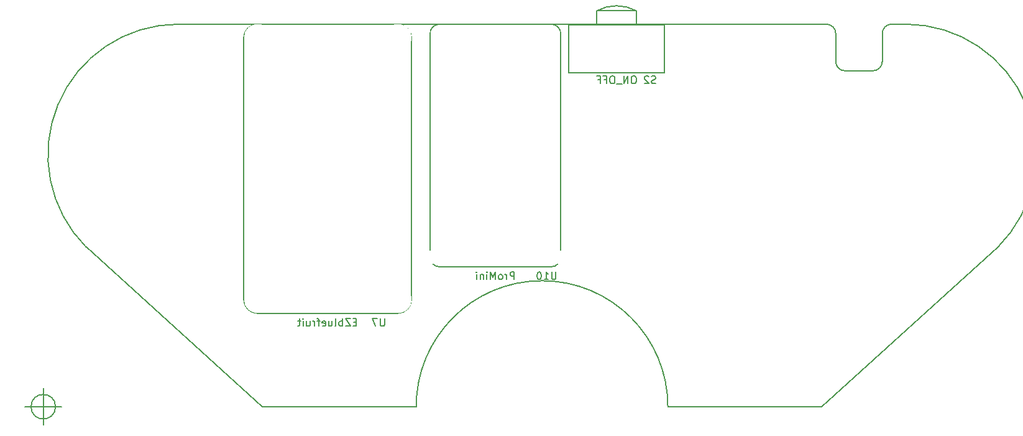
<source format=gbo>
G04 #@! TF.FileFunction,Legend,Bot*
%FSLAX46Y46*%
G04 Gerber Fmt 4.6, Leading zero omitted, Abs format (unit mm)*
G04 Created by KiCad (PCBNEW 4.0.1-3.201512221402+6198~38~ubuntu15.04.1-stable) date Fri Feb  5 12:20:29 2016*
%MOMM*%
G01*
G04 APERTURE LIST*
%ADD10C,0.101600*%
%ADD11C,0.152400*%
%ADD12C,0.150000*%
%ADD13O,2.432000X1.924000*%
%ADD14O,1.924000X2.432000*%
%ADD15O,1.924000X1.924000*%
%ADD16O,1.797000X1.797000*%
%ADD17C,3.810000*%
%ADD18C,4.572000*%
%ADD19R,2.432000X2.432000*%
%ADD20O,2.432000X2.432000*%
%ADD21C,1.901140*%
%ADD22C,2.398980*%
%ADD23C,1.924000*%
%ADD24C,4.100000*%
%ADD25O,2.813000X1.797000*%
%ADD26O,2.432000X1.797000*%
%ADD27C,2.400000*%
G04 APERTURE END LIST*
D10*
D11*
X1666666Y0D02*
G75*
G03X1666666Y0I-1666666J0D01*
G01*
X-2500000Y0D02*
X2500000Y0D01*
X0Y2500000D02*
X0Y-2500000D01*
X115570000Y52070000D02*
X117475000Y52070000D01*
X115570000Y52070000D02*
G75*
G03X114300000Y50800000I0J-1270000D01*
G01*
X107950000Y50800000D02*
G75*
G03X106680000Y52070000I-1270000J0D01*
G01*
X113030000Y45720000D02*
G75*
G03X114300000Y46990000I0J1270000D01*
G01*
X107950000Y46990000D02*
G75*
G03X109220000Y45720000I1270000J0D01*
G01*
X109220000Y45720000D02*
X113030000Y45720000D01*
X114300000Y46990000D02*
X114300000Y50800000D01*
X107950000Y50800000D02*
X107950000Y46990000D01*
X85090000Y0D02*
X106045000Y0D01*
X50800000Y0D02*
X29845000Y0D01*
X85090000Y0D02*
G75*
G03X67945000Y17145000I-17145000J0D01*
G01*
X67945000Y17145000D02*
G75*
G03X50800000Y0I0J-17145000D01*
G01*
X29845000Y0D02*
X5842000Y21717000D01*
X5842641Y21717641D02*
G75*
G02X18415000Y52070000I12572359J12572359D01*
G01*
X18415000Y52070000D02*
X106680000Y52070000D01*
X106045000Y0D02*
X130048000Y21717000D01*
X130047359Y21717641D02*
G75*
G03X117475000Y52070000I-12572359J12572359D01*
G01*
X53975000Y52070000D02*
X69215000Y52070000D01*
X69215000Y19050000D02*
X53975000Y19050000D01*
D12*
X70485000Y20320000D02*
G75*
G02X69215000Y19050000I-1270000J0D01*
G01*
X53975000Y19050000D02*
G75*
G02X52705000Y20320000I0J1270000D01*
G01*
X52705000Y50800000D02*
G75*
G02X53975000Y52070000I1270000J0D01*
G01*
X69215000Y52070000D02*
G75*
G02X70485000Y50800000I0J-1270000D01*
G01*
X52705000Y20320000D02*
X52705000Y50800000D01*
X70485000Y50800000D02*
X70485000Y20320000D01*
X29210000Y12700000D02*
X48260000Y12700000D01*
X27305000Y50165000D02*
X27305000Y14605000D01*
X48260000Y52070000D02*
X29210000Y52070000D01*
X50165000Y14605000D02*
X50165000Y50165000D01*
X50165000Y14605000D02*
G75*
G02X48260000Y12700000I-1905000J0D01*
G01*
X29210000Y12700000D02*
G75*
G02X27305000Y14605000I0J1905000D01*
G01*
X27305000Y50165000D02*
G75*
G02X29210000Y52070000I1905000J0D01*
G01*
X48260000Y52070000D02*
G75*
G02X50165000Y50165000I0J-1905000D01*
G01*
X75405000Y53895000D02*
G75*
G02X80805000Y53895000I2700000J-5000000D01*
G01*
X80805000Y53895000D02*
X75405000Y53895000D01*
X80805000Y51995000D02*
X80805000Y53895000D01*
X75405000Y53895000D02*
X75405000Y51995000D01*
X71605000Y45495000D02*
X71605000Y51995000D01*
X71605000Y51995000D02*
X84605000Y51995000D01*
X84605000Y51995000D02*
X84605000Y45495000D01*
X84605000Y45495000D02*
X71605000Y45495000D01*
D11*
X69837904Y18336381D02*
X69837904Y17513905D01*
X69789523Y17417143D01*
X69741142Y17368762D01*
X69644380Y17320381D01*
X69450857Y17320381D01*
X69354095Y17368762D01*
X69305714Y17417143D01*
X69257333Y17513905D01*
X69257333Y18336381D01*
X68241333Y17320381D02*
X68821904Y17320381D01*
X68531618Y17320381D02*
X68531618Y18336381D01*
X68628380Y18191238D01*
X68725142Y18094476D01*
X68821904Y18046095D01*
X67612380Y18336381D02*
X67515619Y18336381D01*
X67418857Y18288000D01*
X67370476Y18239619D01*
X67322095Y18142857D01*
X67273714Y17949333D01*
X67273714Y17707429D01*
X67322095Y17513905D01*
X67370476Y17417143D01*
X67418857Y17368762D01*
X67515619Y17320381D01*
X67612380Y17320381D01*
X67709142Y17368762D01*
X67757523Y17417143D01*
X67805904Y17513905D01*
X67854285Y17707429D01*
X67854285Y17949333D01*
X67805904Y18142857D01*
X67757523Y18239619D01*
X67709142Y18288000D01*
X67612380Y18336381D01*
X64159190Y17320381D02*
X64159190Y18336381D01*
X63772143Y18336381D01*
X63675381Y18288000D01*
X63627000Y18239619D01*
X63578619Y18142857D01*
X63578619Y17997714D01*
X63627000Y17900952D01*
X63675381Y17852571D01*
X63772143Y17804190D01*
X64159190Y17804190D01*
X63143190Y17320381D02*
X63143190Y17997714D01*
X63143190Y17804190D02*
X63094809Y17900952D01*
X63046428Y17949333D01*
X62949666Y17997714D01*
X62852905Y17997714D01*
X62369095Y17320381D02*
X62465857Y17368762D01*
X62514238Y17417143D01*
X62562619Y17513905D01*
X62562619Y17804190D01*
X62514238Y17900952D01*
X62465857Y17949333D01*
X62369095Y17997714D01*
X62223953Y17997714D01*
X62127191Y17949333D01*
X62078810Y17900952D01*
X62030429Y17804190D01*
X62030429Y17513905D01*
X62078810Y17417143D01*
X62127191Y17368762D01*
X62223953Y17320381D01*
X62369095Y17320381D01*
X61595000Y17320381D02*
X61595000Y18336381D01*
X61256334Y17610667D01*
X60917667Y18336381D01*
X60917667Y17320381D01*
X60433857Y17320381D02*
X60433857Y17997714D01*
X60433857Y18336381D02*
X60482238Y18288000D01*
X60433857Y18239619D01*
X60385476Y18288000D01*
X60433857Y18336381D01*
X60433857Y18239619D01*
X59950047Y17997714D02*
X59950047Y17320381D01*
X59950047Y17900952D02*
X59901666Y17949333D01*
X59804904Y17997714D01*
X59659762Y17997714D01*
X59563000Y17949333D01*
X59514619Y17852571D01*
X59514619Y17320381D01*
X59030809Y17320381D02*
X59030809Y17997714D01*
X59030809Y18336381D02*
X59079190Y18288000D01*
X59030809Y18239619D01*
X58982428Y18288000D01*
X59030809Y18336381D01*
X59030809Y18239619D01*
X46494095Y11986381D02*
X46494095Y11163905D01*
X46445714Y11067143D01*
X46397333Y11018762D01*
X46300571Y10970381D01*
X46107048Y10970381D01*
X46010286Y11018762D01*
X45961905Y11067143D01*
X45913524Y11163905D01*
X45913524Y11986381D01*
X45526476Y11986381D02*
X44849143Y11986381D01*
X45284571Y10970381D01*
X42653856Y11502571D02*
X42315190Y11502571D01*
X42170047Y10970381D02*
X42653856Y10970381D01*
X42653856Y11986381D01*
X42170047Y11986381D01*
X41831380Y11986381D02*
X41154047Y11986381D01*
X41831380Y10970381D01*
X41154047Y10970381D01*
X40766999Y10970381D02*
X40766999Y11986381D01*
X40766999Y11599333D02*
X40670237Y11647714D01*
X40476714Y11647714D01*
X40379952Y11599333D01*
X40331571Y11550952D01*
X40283190Y11454190D01*
X40283190Y11163905D01*
X40331571Y11067143D01*
X40379952Y11018762D01*
X40476714Y10970381D01*
X40670237Y10970381D01*
X40766999Y11018762D01*
X39702618Y10970381D02*
X39799380Y11018762D01*
X39847761Y11115524D01*
X39847761Y11986381D01*
X38880143Y11647714D02*
X38880143Y10970381D01*
X39315571Y11647714D02*
X39315571Y11115524D01*
X39267190Y11018762D01*
X39170428Y10970381D01*
X39025286Y10970381D01*
X38928524Y11018762D01*
X38880143Y11067143D01*
X38009286Y11018762D02*
X38106048Y10970381D01*
X38299571Y10970381D01*
X38396333Y11018762D01*
X38444714Y11115524D01*
X38444714Y11502571D01*
X38396333Y11599333D01*
X38299571Y11647714D01*
X38106048Y11647714D01*
X38009286Y11599333D01*
X37960905Y11502571D01*
X37960905Y11405810D01*
X38444714Y11309048D01*
X37670619Y11647714D02*
X37283571Y11647714D01*
X37525476Y10970381D02*
X37525476Y11841238D01*
X37477095Y11938000D01*
X37380333Y11986381D01*
X37283571Y11986381D01*
X36944905Y10970381D02*
X36944905Y11647714D01*
X36944905Y11454190D02*
X36896524Y11550952D01*
X36848143Y11599333D01*
X36751381Y11647714D01*
X36654620Y11647714D01*
X35880525Y11647714D02*
X35880525Y10970381D01*
X36315953Y11647714D02*
X36315953Y11115524D01*
X36267572Y11018762D01*
X36170810Y10970381D01*
X36025668Y10970381D01*
X35928906Y11018762D01*
X35880525Y11067143D01*
X35396715Y10970381D02*
X35396715Y11647714D01*
X35396715Y11986381D02*
X35445096Y11938000D01*
X35396715Y11889619D01*
X35348334Y11938000D01*
X35396715Y11986381D01*
X35396715Y11889619D01*
X35058048Y11647714D02*
X34671000Y11647714D01*
X34912905Y11986381D02*
X34912905Y11115524D01*
X34864524Y11018762D01*
X34767762Y10970381D01*
X34671000Y10970381D01*
X83434095Y44038762D02*
X83288952Y43990381D01*
X83047048Y43990381D01*
X82950286Y44038762D01*
X82901905Y44087143D01*
X82853524Y44183905D01*
X82853524Y44280667D01*
X82901905Y44377429D01*
X82950286Y44425810D01*
X83047048Y44474190D01*
X83240571Y44522571D01*
X83337333Y44570952D01*
X83385714Y44619333D01*
X83434095Y44716095D01*
X83434095Y44812857D01*
X83385714Y44909619D01*
X83337333Y44958000D01*
X83240571Y45006381D01*
X82998667Y45006381D01*
X82853524Y44958000D01*
X82466476Y44909619D02*
X82418095Y44958000D01*
X82321333Y45006381D01*
X82079429Y45006381D01*
X81982667Y44958000D01*
X81934286Y44909619D01*
X81885905Y44812857D01*
X81885905Y44716095D01*
X81934286Y44570952D01*
X82514857Y43990381D01*
X81885905Y43990381D01*
X80524047Y45006381D02*
X80330524Y45006381D01*
X80233762Y44958000D01*
X80137000Y44861238D01*
X80088619Y44667714D01*
X80088619Y44329048D01*
X80137000Y44135524D01*
X80233762Y44038762D01*
X80330524Y43990381D01*
X80524047Y43990381D01*
X80620809Y44038762D01*
X80717571Y44135524D01*
X80765952Y44329048D01*
X80765952Y44667714D01*
X80717571Y44861238D01*
X80620809Y44958000D01*
X80524047Y45006381D01*
X79653190Y43990381D02*
X79653190Y45006381D01*
X79072619Y43990381D01*
X79072619Y45006381D01*
X78830714Y43893619D02*
X78056619Y43893619D01*
X77621190Y45006381D02*
X77427667Y45006381D01*
X77330905Y44958000D01*
X77234143Y44861238D01*
X77185762Y44667714D01*
X77185762Y44329048D01*
X77234143Y44135524D01*
X77330905Y44038762D01*
X77427667Y43990381D01*
X77621190Y43990381D01*
X77717952Y44038762D01*
X77814714Y44135524D01*
X77863095Y44329048D01*
X77863095Y44667714D01*
X77814714Y44861238D01*
X77717952Y44958000D01*
X77621190Y45006381D01*
X76411667Y44522571D02*
X76750333Y44522571D01*
X76750333Y43990381D02*
X76750333Y45006381D01*
X76266524Y45006381D01*
X75540810Y44522571D02*
X75879476Y44522571D01*
X75879476Y43990381D02*
X75879476Y45006381D01*
X75395667Y45006381D01*
%LPC*%
D13*
X69215000Y50800000D03*
X69215000Y48260000D03*
X69215000Y45720000D03*
X69215000Y43180000D03*
X69215000Y40640000D03*
X69215000Y38100000D03*
X69215000Y35560000D03*
X69215000Y33020000D03*
X69215000Y30480000D03*
X69215000Y27940000D03*
X69215000Y25400000D03*
X69215000Y22860000D03*
D14*
X67945000Y20320000D03*
X65405000Y20320000D03*
X62865000Y20320000D03*
X60325000Y20320000D03*
X57785000Y20320000D03*
X55245000Y20320000D03*
D13*
X53975000Y22860001D03*
X53975000Y25400000D03*
X53975000Y27940000D03*
X53975000Y30480000D03*
X53975000Y33020000D03*
X53975000Y35560000D03*
X53975000Y38100000D03*
X53975000Y40640000D03*
X53975000Y43180000D03*
X53975000Y45720000D03*
X53975000Y48260000D03*
X53975000Y50800000D03*
D15*
X66675000Y50800000D03*
X66675000Y48260000D03*
X66675000Y45720000D03*
X66675000Y43180000D03*
X66675000Y40640000D03*
X66675000Y38100000D03*
X66675000Y35560000D03*
X66675000Y33020000D03*
X66675000Y30480000D03*
X66675000Y27940000D03*
X66675000Y25400000D03*
X71755000Y22860000D03*
X70485000Y20320000D03*
X65405000Y22860000D03*
X62865000Y22860000D03*
X60325000Y22860000D03*
X57785000Y22860000D03*
X52705000Y20320000D03*
X51435000Y22860000D03*
X56515000Y25400000D03*
X56515000Y27940000D03*
X56515000Y30480000D03*
X56515000Y33020000D03*
X56515000Y35560000D03*
X56515000Y38100000D03*
X56515000Y40640000D03*
X56515000Y43180000D03*
X56515000Y45720000D03*
D16*
X56515000Y48260000D03*
X56515000Y50800000D03*
D13*
X48895000Y46355000D03*
X48895000Y43815000D03*
X48895000Y41275000D03*
X48895000Y38735000D03*
X48895000Y36195000D03*
X48895000Y33655000D03*
X48895000Y31115000D03*
X48895000Y28575000D03*
X48895000Y26035000D03*
X48895000Y23495000D03*
X48895000Y20955000D03*
X48895000Y18415000D03*
D14*
X45085000Y13970000D03*
X42545000Y13970000D03*
X40005000Y13970000D03*
X37465000Y13970000D03*
X34925000Y13970000D03*
X32385000Y13970000D03*
D13*
X28575000Y18415000D03*
X28575000Y20955000D03*
X28575000Y23495000D03*
X28575000Y26035000D03*
X28575000Y28575000D03*
X28575000Y31115000D03*
X28575000Y33655000D03*
X28575000Y36195000D03*
X28575000Y38735000D03*
X28575000Y41275000D03*
X28575000Y43815000D03*
X28575000Y46355000D03*
D17*
X48260000Y14605000D03*
X29210000Y14605000D03*
X29210000Y50165000D03*
X48260000Y50165000D03*
D15*
X46355000Y46355000D03*
X46355000Y43815000D03*
X46355000Y41275000D03*
X46355000Y38735000D03*
X46355000Y36195000D03*
X46355000Y33655000D03*
X46355000Y31115000D03*
X46355000Y28575000D03*
X46355000Y26035000D03*
X46355000Y23495000D03*
X46355000Y20955000D03*
X46355000Y18415000D03*
X31115000Y18415000D03*
X31115000Y20955000D03*
X31115000Y23495000D03*
X31115000Y26035000D03*
X31115000Y28575000D03*
X31115000Y31115000D03*
X31115000Y33655000D03*
X31115000Y36195000D03*
X31115000Y38735000D03*
X31115000Y41275000D03*
D16*
X31115000Y43815000D03*
X31115000Y46355000D03*
D18*
X22225000Y13970000D03*
X113665000Y13970000D03*
D19*
X81915000Y22860000D03*
D20*
X79375000Y22860000D03*
D18*
X30480000Y3810000D03*
X48260000Y3810000D03*
D21*
X116205000Y20320000D03*
X118745000Y20320000D03*
X131445000Y33020000D03*
X131445000Y35560000D03*
X116205000Y46990000D03*
X118745000Y46990000D03*
X79375000Y26035000D03*
X79375000Y28575000D03*
X4445000Y33020000D03*
X4445000Y35560000D03*
X19685000Y20955000D03*
X17145000Y20955000D03*
X19685000Y46990000D03*
X17145000Y46990000D03*
D22*
X122555000Y23495000D03*
X112395000Y23495000D03*
X128270000Y39370000D03*
X128270000Y29210000D03*
X122555000Y43815000D03*
X112395000Y43815000D03*
X82550000Y36195000D03*
X82550000Y26035000D03*
X7620000Y39370000D03*
X7620000Y29210000D03*
X13335000Y24130000D03*
X23495000Y24130000D03*
X13335000Y43815000D03*
X23495000Y43815000D03*
D23*
X117475000Y26790000D03*
X114975000Y26790000D03*
X119975000Y26790000D03*
X114975000Y41290000D03*
X119975000Y41290000D03*
D24*
X124175000Y34290000D03*
X110775000Y34290000D03*
D23*
X18415000Y26790000D03*
X15915000Y26790000D03*
X20915000Y26790000D03*
X15915000Y41290000D03*
X20915000Y41290000D03*
D24*
X25115000Y34290000D03*
X11715000Y34290000D03*
D25*
X42545000Y45720000D03*
X42545000Y43180000D03*
X42545000Y40640000D03*
X42545000Y38100000D03*
X42545000Y35560000D03*
D26*
X42545000Y33020000D03*
D25*
X42545000Y30480000D03*
X42545000Y27940000D03*
X42545000Y25400000D03*
X42545000Y22860000D03*
D18*
X42545000Y19685000D03*
X93345000Y19685000D03*
X93345000Y48895000D03*
X42545000Y48895000D03*
D27*
X75455000Y48895000D03*
X80755000Y48895000D03*
D13*
X106680000Y7620000D03*
X106680000Y10160000D03*
X106680000Y12700000D03*
X106680000Y15240000D03*
X106680000Y17780000D03*
X106680000Y20320000D03*
X106680000Y22860000D03*
X106680000Y25400000D03*
X106680000Y27940000D03*
X106680000Y30480000D03*
X106680000Y33020000D03*
X106680000Y35560000D03*
X86360000Y45720000D03*
X86360000Y43180000D03*
X86360000Y40640000D03*
X86360000Y38100000D03*
X86360000Y35560000D03*
X86360000Y33020000D03*
X86360000Y30480000D03*
X86360000Y27940000D03*
X86360000Y25400000D03*
X86360000Y22860000D03*
X86360000Y20320000D03*
X86360000Y17780000D03*
X86360000Y15240000D03*
X86360000Y12700000D03*
X86360000Y10160000D03*
X86360000Y7620000D03*
D18*
X105410000Y49530000D03*
X87630000Y49530000D03*
D23*
X104140000Y7620000D03*
X104140000Y10160000D03*
X104140000Y12700000D03*
X104140000Y15240000D03*
X104140000Y17780000D03*
X104140000Y20320000D03*
X104140000Y22860000D03*
X104140000Y25400000D03*
X104140000Y27940000D03*
X104140000Y30480000D03*
X104140000Y33020000D03*
X104140000Y35560000D03*
X88900000Y45720000D03*
X88900000Y43180000D03*
X88900000Y40640000D03*
X88900000Y38100000D03*
X88900000Y35560000D03*
X88900000Y33020000D03*
X88900000Y30480000D03*
X88900000Y27940000D03*
X88900000Y25400000D03*
X88900000Y22860000D03*
X88900000Y20320000D03*
X88900000Y17780000D03*
X88900000Y15240000D03*
X88900000Y12700000D03*
X88900000Y10160000D03*
X88900000Y7620000D03*
D18*
X105410000Y3810000D03*
X87630000Y3810000D03*
M02*

</source>
